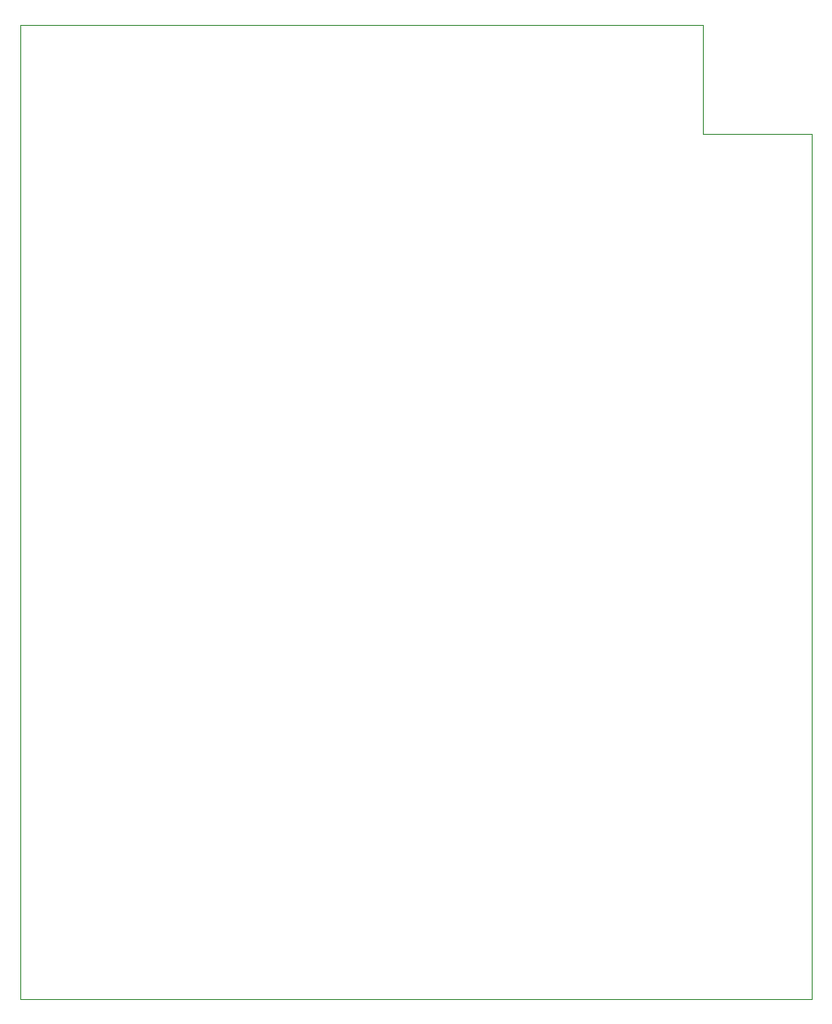
<source format=gbr>
%TF.GenerationSoftware,KiCad,Pcbnew,(6.0.11)*%
%TF.CreationDate,2023-04-23T13:39:53-07:00*%
%TF.ProjectId,EV6 Board Design,45563620-426f-4617-9264-204465736967,rev?*%
%TF.SameCoordinates,Original*%
%TF.FileFunction,Profile,NP*%
%FSLAX46Y46*%
G04 Gerber Fmt 4.6, Leading zero omitted, Abs format (unit mm)*
G04 Created by KiCad (PCBNEW (6.0.11)) date 2023-04-23 13:39:53*
%MOMM*%
%LPD*%
G01*
G04 APERTURE LIST*
%TA.AperFunction,Profile*%
%ADD10C,0.050000*%
%TD*%
G04 APERTURE END LIST*
D10*
X265850000Y-78700000D02*
X275850000Y-78700000D01*
X275850000Y-158050000D01*
X203150000Y-158050000D01*
X203150000Y-68700000D01*
X265850000Y-68700000D01*
X265850000Y-78700000D01*
M02*

</source>
